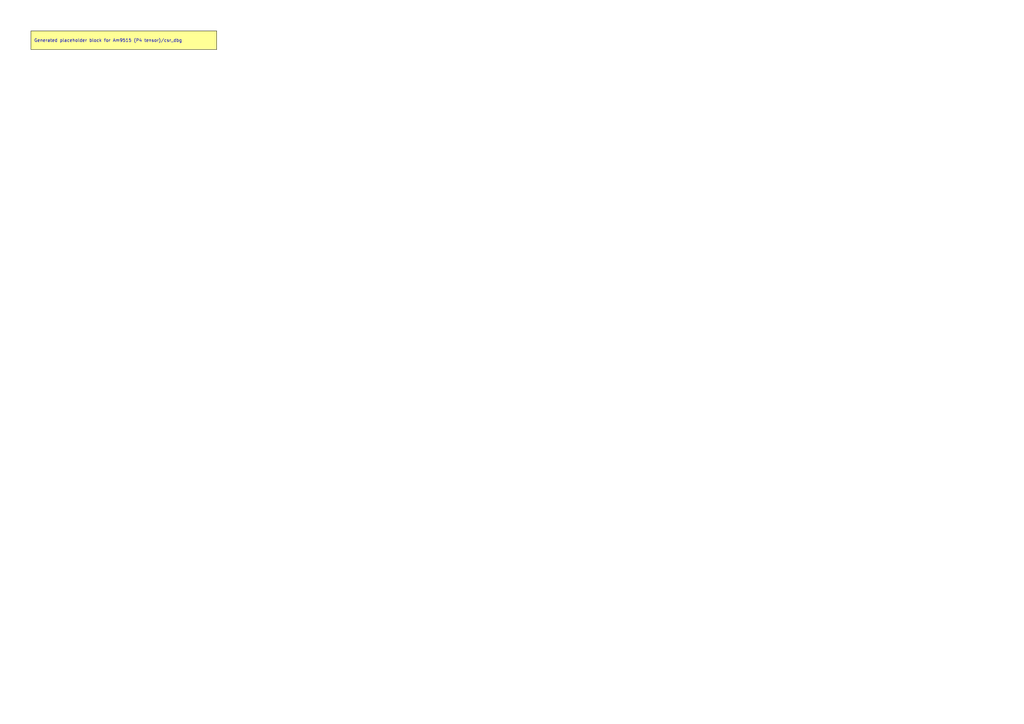
<source format=kicad_sch>
(kicad_sch
	(version 20250114)
	(generator "kicadgen")
	(generator_version "0.2")
	(uuid "e9b1e681-17a7-597e-a922-db88377fbf61")
	(paper "A3")
	(title_block
		(title "Am9515 (P4 tensor)::csr_dbg")
		(company "Project Carbon")
		(comment 1 "Generated - do not edit in generated/")
		(comment 2 "Edit in schem/kicad9/manual/ or refine mapping specs")
	)
	(lib_symbols)
	(text_box
		"Generated placeholder block for Am9515 (P4 tensor)/csr_dbg"
		(exclude_from_sim no)
		(at
			12.7
			12.7
			0
		)
		(size 76.2 7.62)
		(margins
			1.27
			1.27
			1.27
			1.27
		)
		(stroke
			(width 0)
			(type default)
			(color
				0
				0
				0
				1
			)
		)
		(fill
			(type color)
			(color
				255
				255
				150
				1
			)
		)
		(effects
			(font
				(size 1.27 1.27)
			)
			(justify left)
		)
		(uuid "0cebd40b-7391-538d-8cfb-417487626019")
	)
	(sheet_instances
		(path
			"/"
			(page "1")
		)
	)
	(embedded_fonts no)
)

</source>
